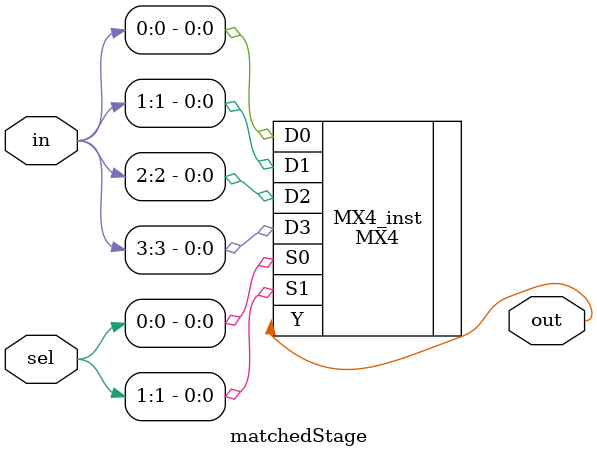
<source format=v>
`timescale 1ns / 1ps


module matchedStage(
        input   [3:0]   in,     // Four stage inputs, one will be selected.
        input   [1:0]   sel,    // Configuration signal.
        output          out     // Delayed version of the selected input.
    );

    // Instantiation multiplexer:
    MX4 MX4_inst (
        .S0(sel[0]),
        .S1(sel[1]),
        .D0(in[0]),
        .D1(in[1]),
        .D2(in[2]),
        .D3(in[3]),
        .Y(out)
    );

endmodule

</source>
